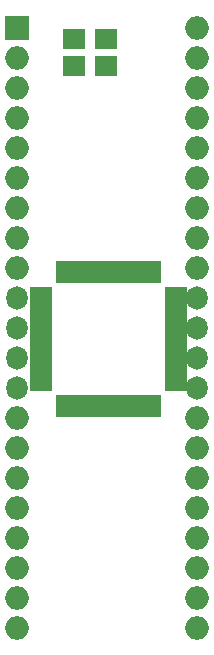
<source format=gts>
G04 #@! TF.FileFunction,Soldermask,Top*
%FSLAX46Y46*%
G04 Gerber Fmt 4.6, Leading zero omitted, Abs format (unit mm)*
G04 Created by KiCad (PCBNEW 4.0.7-e2-6376~58~ubuntu16.04.1) date Tue Aug 20 20:43:04 2024*
%MOMM*%
%LPD*%
G01*
G04 APERTURE LIST*
%ADD10C,0.100000*%
%ADD11R,1.900000X1.700000*%
%ADD12R,2.000000X2.000000*%
%ADD13O,2.000000X2.000000*%
%ADD14O,1.800000X2.000000*%
%ADD15R,1.900000X0.950000*%
%ADD16R,0.950000X1.900000*%
G04 APERTURE END LIST*
D10*
D11*
X153162000Y-105918000D03*
X155862000Y-105918000D03*
X153160000Y-108210000D03*
X155860000Y-108210000D03*
D12*
X148330000Y-104970000D03*
D13*
X163570000Y-155770000D03*
X148330000Y-107510000D03*
X163570000Y-153230000D03*
X148330000Y-110050000D03*
X163570000Y-150690000D03*
X148330000Y-112590000D03*
X163570000Y-148150000D03*
X148330000Y-115130000D03*
X163570000Y-145610000D03*
X148330000Y-117670000D03*
X163570000Y-143070000D03*
X148330000Y-120210000D03*
X163570000Y-140530000D03*
X148330000Y-122750000D03*
X163570000Y-137990000D03*
X148330000Y-125290000D03*
D14*
X163570000Y-135450000D03*
X148330000Y-127830000D03*
X163570000Y-132910000D03*
X148330000Y-130370000D03*
X163570000Y-130370000D03*
X148330000Y-132910000D03*
X163570000Y-127830000D03*
X148330000Y-135450000D03*
D13*
X163570000Y-125290000D03*
X148330000Y-137990000D03*
X163570000Y-122750000D03*
X148330000Y-140530000D03*
X163570000Y-120210000D03*
X148330000Y-143070000D03*
X163570000Y-117670000D03*
X148330000Y-145610000D03*
X163570000Y-115130000D03*
X148330000Y-148150000D03*
X163570000Y-112590000D03*
X148330000Y-150690000D03*
X163570000Y-110050000D03*
X148330000Y-153230000D03*
X163570000Y-107510000D03*
X148330000Y-155770000D03*
X163570000Y-104970000D03*
D15*
X161800000Y-135350000D03*
X161800000Y-134550000D03*
X161800000Y-133750000D03*
X161800000Y-132950000D03*
X161800000Y-132150000D03*
X161800000Y-131350000D03*
X161800000Y-130550000D03*
X161800000Y-129750000D03*
X161800000Y-128950000D03*
X161800000Y-128150000D03*
X161800000Y-127350000D03*
D16*
X160100000Y-125650000D03*
X159300000Y-125650000D03*
X158500000Y-125650000D03*
X157700000Y-125650000D03*
X156900000Y-125650000D03*
X156100000Y-125650000D03*
X155300000Y-125650000D03*
X154500000Y-125650000D03*
X153700000Y-125650000D03*
X152900000Y-125650000D03*
X152100000Y-125650000D03*
D15*
X150400000Y-127350000D03*
X150400000Y-128150000D03*
X150400000Y-128950000D03*
X150400000Y-129750000D03*
X150400000Y-130550000D03*
X150400000Y-131350000D03*
X150400000Y-132150000D03*
X150400000Y-132950000D03*
X150400000Y-133750000D03*
X150400000Y-134550000D03*
X150400000Y-135350000D03*
D16*
X152100000Y-137050000D03*
X152900000Y-137050000D03*
X153700000Y-137050000D03*
X154500000Y-137050000D03*
X155300000Y-137050000D03*
X156100000Y-137050000D03*
X156900000Y-137050000D03*
X157700000Y-137050000D03*
X158500000Y-137050000D03*
X159300000Y-137050000D03*
X160100000Y-137050000D03*
M02*

</source>
